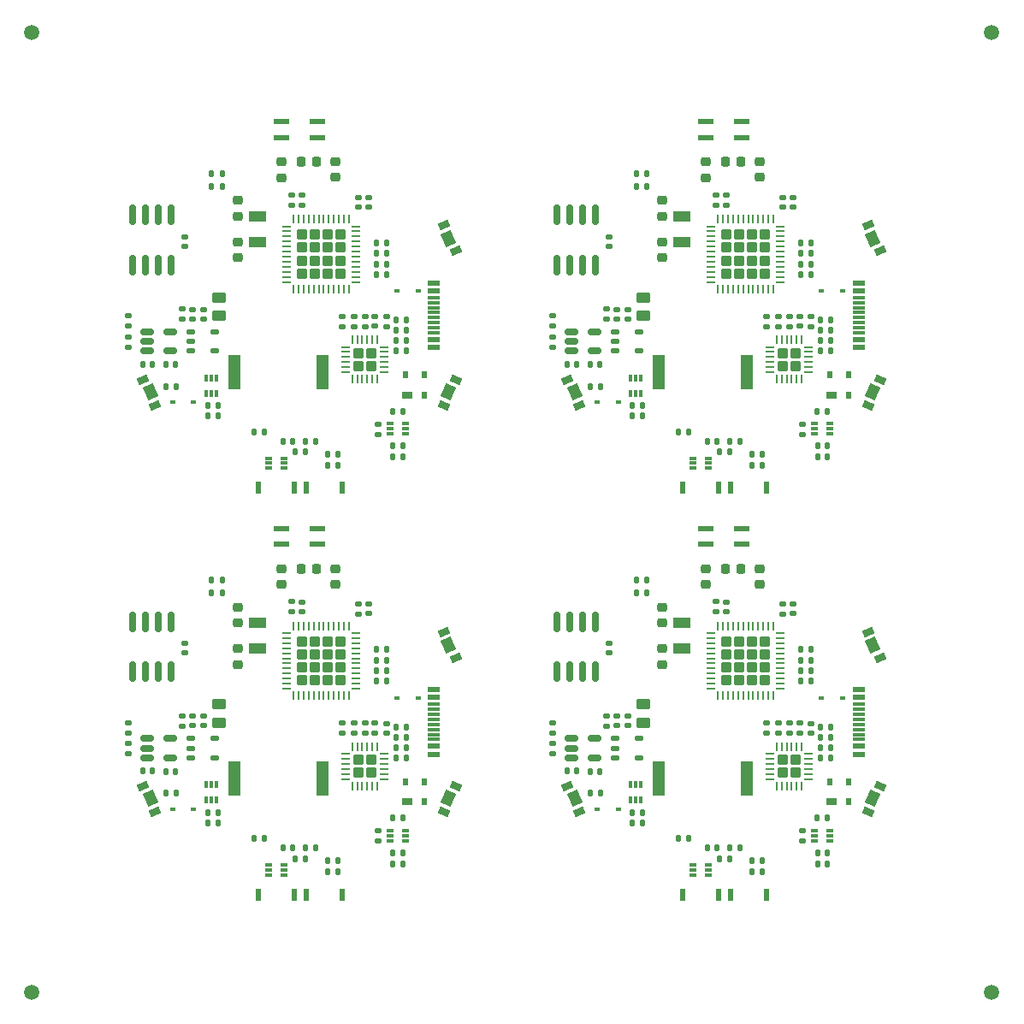
<source format=gbr>
%TF.GenerationSoftware,KiCad,Pcbnew,(6.0.7-1)-1*%
%TF.CreationDate,2022-10-26T11:28:27+01:00*%
%TF.ProjectId,panel,70616e65-6c2e-46b6-9963-61645f706362,rev?*%
%TF.SameCoordinates,Original*%
%TF.FileFunction,Paste,Top*%
%TF.FilePolarity,Positive*%
%FSLAX46Y46*%
G04 Gerber Fmt 4.6, Leading zero omitted, Abs format (unit mm)*
G04 Created by KiCad (PCBNEW (6.0.7-1)-1) date 2022-10-26 11:28:27*
%MOMM*%
%LPD*%
G01*
G04 APERTURE LIST*
G04 Aperture macros list*
%AMRoundRect*
0 Rectangle with rounded corners*
0 $1 Rounding radius*
0 $2 $3 $4 $5 $6 $7 $8 $9 X,Y pos of 4 corners*
0 Add a 4 corners polygon primitive as box body*
4,1,4,$2,$3,$4,$5,$6,$7,$8,$9,$2,$3,0*
0 Add four circle primitives for the rounded corners*
1,1,$1+$1,$2,$3*
1,1,$1+$1,$4,$5*
1,1,$1+$1,$6,$7*
1,1,$1+$1,$8,$9*
0 Add four rect primitives between the rounded corners*
20,1,$1+$1,$2,$3,$4,$5,0*
20,1,$1+$1,$4,$5,$6,$7,0*
20,1,$1+$1,$6,$7,$8,$9,0*
20,1,$1+$1,$8,$9,$2,$3,0*%
%AMRotRect*
0 Rectangle, with rotation*
0 The origin of the aperture is its center*
0 $1 length*
0 $2 width*
0 $3 Rotation angle, in degrees counterclockwise*
0 Add horizontal line*
21,1,$1,$2,0,0,$3*%
G04 Aperture macros list end*
%ADD10RoundRect,0.135000X-0.135000X-0.185000X0.135000X-0.185000X0.135000X0.185000X-0.135000X0.185000X0*%
%ADD11RoundRect,0.140000X0.140000X0.170000X-0.140000X0.170000X-0.140000X-0.170000X0.140000X-0.170000X0*%
%ADD12RoundRect,0.135000X0.135000X0.185000X-0.135000X0.185000X-0.135000X-0.185000X0.135000X-0.185000X0*%
%ADD13RoundRect,0.140000X0.170000X-0.140000X0.170000X0.140000X-0.170000X0.140000X-0.170000X-0.140000X0*%
%ADD14RoundRect,0.225000X-0.250000X0.225000X-0.250000X-0.225000X0.250000X-0.225000X0.250000X0.225000X0*%
%ADD15R,0.600000X0.450000*%
%ADD16RoundRect,0.140000X-0.140000X-0.170000X0.140000X-0.170000X0.140000X0.170000X-0.140000X0.170000X0*%
%ADD17RotRect,0.711200X1.092200X115.000000*%
%ADD18RotRect,1.397000X1.092200X115.000000*%
%ADD19RoundRect,0.218750X-0.218750X-0.256250X0.218750X-0.256250X0.218750X0.256250X-0.218750X0.256250X0*%
%ADD20RoundRect,0.150000X-0.150000X0.825000X-0.150000X-0.825000X0.150000X-0.825000X0.150000X0.825000X0*%
%ADD21R,0.700000X0.340000*%
%ADD22R,1.500000X0.600000*%
%ADD23RotRect,0.711200X1.092200X295.000000*%
%ADD24RotRect,1.397000X1.092200X295.000000*%
%ADD25RoundRect,0.150000X-0.512500X-0.150000X0.512500X-0.150000X0.512500X0.150000X-0.512500X0.150000X0*%
%ADD26R,1.300000X3.400000*%
%ADD27RoundRect,0.225000X0.250000X-0.225000X0.250000X0.225000X-0.250000X0.225000X-0.250000X-0.225000X0*%
%ADD28R,1.143000X0.584200*%
%ADD29R,1.143000X0.304800*%
%ADD30RoundRect,0.135000X0.185000X-0.135000X0.185000X0.135000X-0.185000X0.135000X-0.185000X-0.135000X0*%
%ADD31R,0.558800X1.244600*%
%ADD32R,0.340000X0.700000*%
%ADD33RoundRect,0.135000X-0.185000X0.135000X-0.185000X-0.135000X0.185000X-0.135000X0.185000X0.135000X0*%
%ADD34R,1.800000X1.000000*%
%ADD35RoundRect,0.250000X-0.450000X0.262500X-0.450000X-0.262500X0.450000X-0.262500X0.450000X0.262500X0*%
%ADD36RoundRect,0.250000X-0.270000X0.270000X-0.270000X-0.270000X0.270000X-0.270000X0.270000X0.270000X0*%
%ADD37RoundRect,0.062500X-0.062500X0.375000X-0.062500X-0.375000X0.062500X-0.375000X0.062500X0.375000X0*%
%ADD38RoundRect,0.062500X-0.375000X0.062500X-0.375000X-0.062500X0.375000X-0.062500X0.375000X0.062500X0*%
%ADD39RoundRect,0.250000X0.275000X0.275000X-0.275000X0.275000X-0.275000X-0.275000X0.275000X-0.275000X0*%
%ADD40RoundRect,0.062500X0.350000X0.062500X-0.350000X0.062500X-0.350000X-0.062500X0.350000X-0.062500X0*%
%ADD41RoundRect,0.062500X0.062500X0.350000X-0.062500X0.350000X-0.062500X-0.350000X0.062500X-0.350000X0*%
%ADD42R,1.000000X0.700000*%
%ADD43R,0.600000X0.700000*%
%ADD44RoundRect,0.137500X-0.262500X-0.137500X0.262500X-0.137500X0.262500X0.137500X-0.262500X0.137500X0*%
%ADD45C,1.500000*%
%ADD46RotRect,0.711200X1.092200X245.000000*%
%ADD47RotRect,1.397000X1.092200X245.000000*%
G04 APERTURE END LIST*
D10*
%TO.C,R3*%
X76919778Y-55472773D03*
X77939778Y-55472773D03*
%TD*%
D11*
%TO.C,C10*%
X43319777Y-57996773D03*
X42359777Y-57996773D03*
%TD*%
D12*
%TO.C,R18*%
X94610778Y-38337773D03*
X93590778Y-38337773D03*
%TD*%
D13*
%TO.C,C5*%
X94598262Y-86881283D03*
X94598262Y-85921283D03*
%TD*%
%TO.C,C2*%
X33419777Y-45896773D03*
X33419777Y-44936773D03*
%TD*%
%TO.C,C15*%
X86219778Y-74860332D03*
X86219778Y-73900332D03*
%TD*%
D10*
%TO.C,R27*%
X35289777Y-71740332D03*
X36309777Y-71740332D03*
%TD*%
%TO.C,R16*%
X72779778Y-52576773D03*
X73799778Y-52576773D03*
%TD*%
D13*
%TO.C,C15*%
X86219778Y-34606773D03*
X86219778Y-33646773D03*
%TD*%
D10*
%TO.C,R15*%
X81479778Y-97320332D03*
X82499778Y-97320332D03*
%TD*%
D14*
%TO.C,C18*%
X84189778Y-70605332D03*
X84189778Y-72155332D03*
%TD*%
D10*
%TO.C,R2*%
X53541261Y-47025724D03*
X54561261Y-47025724D03*
%TD*%
D15*
%TO.C,D3*%
X95639778Y-43116773D03*
X97739778Y-43116773D03*
%TD*%
D16*
%TO.C,C9*%
X53571261Y-49057724D03*
X54531261Y-49057724D03*
%TD*%
D11*
%TO.C,C10*%
X85319778Y-98250332D03*
X84359778Y-98250332D03*
%TD*%
%TO.C,C1*%
X73685778Y-50408773D03*
X72725778Y-50408773D03*
%TD*%
D14*
%TO.C,C18*%
X84189778Y-30351773D03*
X84189778Y-31901773D03*
%TD*%
%TO.C,C13*%
X79879778Y-74405332D03*
X79879778Y-75955332D03*
%TD*%
D13*
%TO.C,C7*%
X74605778Y-78950332D03*
X74605778Y-77990332D03*
%TD*%
D17*
%TO.C,SW5*%
X29650343Y-54421150D03*
X28466864Y-51883171D03*
D18*
X29196725Y-53087754D03*
%TD*%
D16*
%TO.C,C8*%
X95571262Y-88295283D03*
X96531262Y-88295283D03*
%TD*%
D19*
%TO.C,L1*%
X44122277Y-70600332D03*
X45697277Y-70600332D03*
%TD*%
D20*
%TO.C,IC1*%
X73257778Y-75842332D03*
X71987778Y-75842332D03*
X70717778Y-75842332D03*
X69447778Y-75842332D03*
X69447778Y-80792332D03*
X70717778Y-80792332D03*
X71987778Y-80792332D03*
X73257778Y-80792332D03*
%TD*%
D16*
%TO.C,C8*%
X53571261Y-88295283D03*
X54531261Y-88295283D03*
%TD*%
D10*
%TO.C,R19*%
X93590778Y-81721332D03*
X94610778Y-81721332D03*
%TD*%
%TO.C,R9*%
X51589777Y-79654332D03*
X52609777Y-79654332D03*
%TD*%
%TO.C,R3*%
X34919777Y-95726332D03*
X35939777Y-95726332D03*
%TD*%
%TO.C,R20*%
X88759778Y-100610332D03*
X89779778Y-100610332D03*
%TD*%
D21*
%TO.C,Q1*%
X52969777Y-56266773D03*
X52969777Y-56766773D03*
X52969777Y-57266773D03*
X54469777Y-57266773D03*
X54469777Y-56766773D03*
X54469777Y-56266773D03*
%TD*%
D10*
%TO.C,R16*%
X72779778Y-92830332D03*
X73799778Y-92830332D03*
%TD*%
D22*
%TO.C,E1*%
X42209777Y-27946773D03*
X45709777Y-27946773D03*
X45709777Y-26346773D03*
X42209777Y-26346773D03*
%TD*%
D13*
%TO.C,C17*%
X92829778Y-75060332D03*
X92829778Y-74100332D03*
%TD*%
D23*
%TO.C,SW3*%
X58269211Y-76845955D03*
X59452690Y-79383934D03*
D24*
X58722829Y-78179351D03*
%TD*%
D12*
%TO.C,R24*%
X86589778Y-99300332D03*
X85569778Y-99300332D03*
%TD*%
%TO.C,R11*%
X96229778Y-55026773D03*
X95209778Y-55026773D03*
%TD*%
D16*
%TO.C,C8*%
X95571262Y-48041724D03*
X96531262Y-48041724D03*
%TD*%
D25*
%TO.C,U1*%
X28928277Y-87426332D03*
X28928277Y-88376332D03*
X28928277Y-89326332D03*
X31203277Y-89326332D03*
X31203277Y-87426332D03*
%TD*%
D26*
%TO.C,BZ1*%
X79519778Y-51136773D03*
X88219778Y-51136773D03*
%TD*%
D27*
%TO.C,C14*%
X37899777Y-80065332D03*
X37899777Y-78515332D03*
%TD*%
D10*
%TO.C,R27*%
X35289777Y-31486773D03*
X36309777Y-31486773D03*
%TD*%
D12*
%TO.C,R11*%
X54229777Y-55026773D03*
X53209777Y-55026773D03*
%TD*%
D13*
%TO.C,C2*%
X33419777Y-86150332D03*
X33419777Y-85190332D03*
%TD*%
D16*
%TO.C,C9*%
X53571261Y-89311283D03*
X54531261Y-89311283D03*
%TD*%
D28*
%TO.C,J1*%
X99304778Y-48706773D03*
X99304778Y-47906774D03*
D29*
X99304778Y-46756773D03*
X99304778Y-45756773D03*
X99304778Y-45256773D03*
X99304778Y-44256773D03*
D28*
X99304778Y-42306773D03*
X99304778Y-43106772D03*
D29*
X99304778Y-43756774D03*
X99304778Y-44756772D03*
X99304778Y-46256774D03*
X99304778Y-47256772D03*
%TD*%
D12*
%TO.C,R26*%
X78309778Y-73000332D03*
X77289778Y-73000332D03*
%TD*%
D30*
%TO.C,R4*%
X49367261Y-46633724D03*
X49367261Y-45613724D03*
%TD*%
D15*
%TO.C,D3*%
X53639777Y-83370332D03*
X55739777Y-83370332D03*
%TD*%
D10*
%TO.C,R20*%
X88759778Y-60356773D03*
X89779778Y-60356773D03*
%TD*%
D31*
%TO.C,SW1*%
X44684375Y-102854332D03*
X48235179Y-102854332D03*
%TD*%
D21*
%TO.C,Q1*%
X94969778Y-96520332D03*
X94969778Y-97020332D03*
X94969778Y-97520332D03*
X96469778Y-97520332D03*
X96469778Y-97020332D03*
X96469778Y-96520332D03*
%TD*%
D30*
%TO.C,R5*%
X50454261Y-86887283D03*
X50454261Y-85867283D03*
%TD*%
D13*
%TO.C,C3*%
X34469777Y-45896773D03*
X34469777Y-44936773D03*
%TD*%
D32*
%TO.C,Q2*%
X35739777Y-91990332D03*
X35239777Y-91990332D03*
X34739777Y-91990332D03*
X34739777Y-93490332D03*
X35239777Y-93490332D03*
X35739777Y-93490332D03*
%TD*%
D23*
%TO.C,SW3*%
X100269212Y-36592396D03*
X101452691Y-39130375D03*
D24*
X100722830Y-37925792D03*
%TD*%
D10*
%TO.C,R16*%
X30779777Y-52576773D03*
X31799777Y-52576773D03*
%TD*%
D12*
%TO.C,R26*%
X36309777Y-32746773D03*
X35289777Y-32746773D03*
%TD*%
D33*
%TO.C,R10*%
X51789777Y-56296773D03*
X51789777Y-57316773D03*
%TD*%
D12*
%TO.C,R17*%
X89789778Y-59256773D03*
X88769778Y-59256773D03*
%TD*%
D30*
%TO.C,R5*%
X92454262Y-46633724D03*
X92454262Y-45613724D03*
%TD*%
D10*
%TO.C,R9*%
X51589777Y-39400773D03*
X52609777Y-39400773D03*
%TD*%
D16*
%TO.C,C12*%
X95239778Y-98710332D03*
X96199778Y-98710332D03*
%TD*%
D34*
%TO.C,Y1*%
X39835777Y-35742773D03*
X39835777Y-38242773D03*
%TD*%
D33*
%TO.C,R22*%
X27009777Y-85830332D03*
X27009777Y-86850332D03*
%TD*%
D30*
%TO.C,R4*%
X91367262Y-46633724D03*
X91367262Y-45613724D03*
%TD*%
D35*
%TO.C,R12*%
X78009778Y-43744273D03*
X78009778Y-45569273D03*
%TD*%
D12*
%TO.C,R24*%
X44589777Y-59046773D03*
X43569777Y-59046773D03*
%TD*%
D30*
%TO.C,R1*%
X32359777Y-86180332D03*
X32359777Y-85160332D03*
%TD*%
%TO.C,R13*%
X85179778Y-74880332D03*
X85179778Y-73860332D03*
%TD*%
D16*
%TO.C,C11*%
X53239777Y-99810332D03*
X54199777Y-99810332D03*
%TD*%
D33*
%TO.C,R10*%
X51789777Y-96550332D03*
X51789777Y-97570332D03*
%TD*%
D13*
%TO.C,C16*%
X91799778Y-34826773D03*
X91799778Y-33866773D03*
%TD*%
%TO.C,C15*%
X44219777Y-74860332D03*
X44219777Y-73900332D03*
%TD*%
D33*
%TO.C,R10*%
X93789778Y-56296773D03*
X93789778Y-57316773D03*
%TD*%
D26*
%TO.C,BZ1*%
X37519777Y-51136773D03*
X46219777Y-51136773D03*
%TD*%
D23*
%TO.C,SW3*%
X58269211Y-36592396D03*
X59452690Y-39130375D03*
D24*
X58722829Y-37925792D03*
%TD*%
D26*
%TO.C,BZ1*%
X37519777Y-91390332D03*
X46219777Y-91390332D03*
%TD*%
D22*
%TO.C,E1*%
X84209778Y-68200332D03*
X87709778Y-68200332D03*
X87709778Y-66600332D03*
X84209778Y-66600332D03*
%TD*%
D20*
%TO.C,IC1*%
X31257777Y-35588773D03*
X29987777Y-35588773D03*
X28717777Y-35588773D03*
X27447777Y-35588773D03*
X27447777Y-40538773D03*
X28717777Y-40538773D03*
X29987777Y-40538773D03*
X31257777Y-40538773D03*
%TD*%
D27*
%TO.C,C14*%
X37899777Y-39811773D03*
X37899777Y-38261773D03*
%TD*%
D10*
%TO.C,R8*%
X93589778Y-80700332D03*
X94609778Y-80700332D03*
%TD*%
D36*
%TO.C,U3*%
X88775778Y-79076332D03*
X87485778Y-79076332D03*
X87485778Y-80366332D03*
X87485778Y-77786332D03*
X86195778Y-81656332D03*
X86195778Y-80366332D03*
X88775778Y-80366332D03*
X88775778Y-81656332D03*
X90065778Y-77786332D03*
X86195778Y-79076332D03*
X87485778Y-81656332D03*
X86195778Y-77786332D03*
X90065778Y-81656332D03*
X90065778Y-80366332D03*
X90065778Y-79076332D03*
X88775778Y-77786332D03*
D37*
X90880778Y-76283832D03*
X90380778Y-76283832D03*
X89880778Y-76283832D03*
X89380778Y-76283832D03*
X88880778Y-76283832D03*
X88380778Y-76283832D03*
X87880778Y-76283832D03*
X87380778Y-76283832D03*
X86880778Y-76283832D03*
X86380778Y-76283832D03*
X85880778Y-76283832D03*
X85380778Y-76283832D03*
D38*
X84693278Y-76971332D03*
X84693278Y-77471332D03*
X84693278Y-77971332D03*
X84693278Y-78471332D03*
X84693278Y-78971332D03*
X84693278Y-79471332D03*
X84693278Y-79971332D03*
X84693278Y-80471332D03*
X84693278Y-80971332D03*
X84693278Y-81471332D03*
X84693278Y-81971332D03*
X84693278Y-82471332D03*
D37*
X85380778Y-83158832D03*
X85880778Y-83158832D03*
X86380778Y-83158832D03*
X86880778Y-83158832D03*
X87380778Y-83158832D03*
X87880778Y-83158832D03*
X88380778Y-83158832D03*
X88880778Y-83158832D03*
X89380778Y-83158832D03*
X89880778Y-83158832D03*
X90380778Y-83158832D03*
X90880778Y-83158832D03*
D38*
X91568278Y-82471332D03*
X91568278Y-81971332D03*
X91568278Y-81471332D03*
X91568278Y-80971332D03*
X91568278Y-80471332D03*
X91568278Y-79971332D03*
X91568278Y-79471332D03*
X91568278Y-78971332D03*
X91568278Y-78471332D03*
X91568278Y-77971332D03*
X91568278Y-77471332D03*
X91568278Y-76971332D03*
%TD*%
D39*
%TO.C,U2*%
X49789261Y-89509283D03*
X51089261Y-90809283D03*
X51089261Y-89509283D03*
X49789261Y-90809283D03*
D40*
X52376761Y-91409283D03*
X52376761Y-90909283D03*
X52376761Y-90409283D03*
X52376761Y-89909283D03*
X52376761Y-89409283D03*
X52376761Y-88909283D03*
D41*
X51689261Y-88221783D03*
X51189261Y-88221783D03*
X50689261Y-88221783D03*
X50189261Y-88221783D03*
X49689261Y-88221783D03*
X49189261Y-88221783D03*
D40*
X48501761Y-88909283D03*
X48501761Y-89409283D03*
X48501761Y-89909283D03*
X48501761Y-90409283D03*
X48501761Y-90909283D03*
X48501761Y-91409283D03*
D41*
X49189261Y-92096783D03*
X49689261Y-92096783D03*
X50189261Y-92096783D03*
X50689261Y-92096783D03*
X51189261Y-92096783D03*
X51689261Y-92096783D03*
%TD*%
D28*
%TO.C,J1*%
X57304777Y-88960332D03*
X57304777Y-88160333D03*
D29*
X57304777Y-87010332D03*
X57304777Y-86010332D03*
X57304777Y-85510332D03*
X57304777Y-84510332D03*
D28*
X57304777Y-82560332D03*
X57304777Y-83360331D03*
D29*
X57304777Y-84010333D03*
X57304777Y-85010331D03*
X57304777Y-86510333D03*
X57304777Y-87510331D03*
%TD*%
D10*
%TO.C,R2*%
X95541262Y-47025724D03*
X96561262Y-47025724D03*
%TD*%
D42*
%TO.C,D1*%
X96629778Y-53426773D03*
D43*
X98329778Y-53426773D03*
X98329778Y-51426773D03*
X96429778Y-51426773D03*
%TD*%
D10*
%TO.C,R8*%
X51589777Y-80700332D03*
X52609777Y-80700332D03*
%TD*%
D13*
%TO.C,C6*%
X93461262Y-46597724D03*
X93461262Y-45637724D03*
%TD*%
%TO.C,C6*%
X51461261Y-86851283D03*
X51461261Y-85891283D03*
%TD*%
D14*
%TO.C,C19*%
X89539778Y-70583332D03*
X89539778Y-72133332D03*
%TD*%
D44*
%TO.C,U4*%
X75183778Y-47172773D03*
X75183778Y-48122773D03*
X75183778Y-49072773D03*
X77583778Y-49072773D03*
X77583778Y-47172773D03*
%TD*%
D19*
%TO.C,L1*%
X44122277Y-30346773D03*
X45697277Y-30346773D03*
%TD*%
D21*
%TO.C,Q3*%
X42429777Y-60656773D03*
X42429777Y-60156773D03*
X42429777Y-59656773D03*
X40929777Y-59656773D03*
X40929777Y-60156773D03*
X40929777Y-60656773D03*
%TD*%
D13*
%TO.C,C16*%
X49799777Y-34826773D03*
X49799777Y-33866773D03*
%TD*%
D12*
%TO.C,R17*%
X47789777Y-99510332D03*
X46769777Y-99510332D03*
%TD*%
D15*
%TO.C,D2*%
X75509778Y-94390332D03*
X73409778Y-94390332D03*
%TD*%
D33*
%TO.C,R6*%
X48221261Y-85867283D03*
X48221261Y-86887283D03*
%TD*%
D13*
%TO.C,C17*%
X92829778Y-34806773D03*
X92829778Y-33846773D03*
%TD*%
D33*
%TO.C,R6*%
X90221262Y-85867283D03*
X90221262Y-86887283D03*
%TD*%
D11*
%TO.C,C4*%
X29405777Y-50366773D03*
X28445777Y-50366773D03*
%TD*%
D36*
%TO.C,U3*%
X45485777Y-37532773D03*
X48065777Y-40112773D03*
X46775777Y-37532773D03*
X45485777Y-41402773D03*
X44195777Y-37532773D03*
X44195777Y-41402773D03*
X44195777Y-40112773D03*
X45485777Y-38822773D03*
X48065777Y-41402773D03*
X46775777Y-41402773D03*
X46775777Y-40112773D03*
X45485777Y-40112773D03*
X46775777Y-38822773D03*
X48065777Y-37532773D03*
X48065777Y-38822773D03*
X44195777Y-38822773D03*
D37*
X48880777Y-36030273D03*
X48380777Y-36030273D03*
X47880777Y-36030273D03*
X47380777Y-36030273D03*
X46880777Y-36030273D03*
X46380777Y-36030273D03*
X45880777Y-36030273D03*
X45380777Y-36030273D03*
X44880777Y-36030273D03*
X44380777Y-36030273D03*
X43880777Y-36030273D03*
X43380777Y-36030273D03*
D38*
X42693277Y-36717773D03*
X42693277Y-37217773D03*
X42693277Y-37717773D03*
X42693277Y-38217773D03*
X42693277Y-38717773D03*
X42693277Y-39217773D03*
X42693277Y-39717773D03*
X42693277Y-40217773D03*
X42693277Y-40717773D03*
X42693277Y-41217773D03*
X42693277Y-41717773D03*
X42693277Y-42217773D03*
D37*
X43380777Y-42905273D03*
X43880777Y-42905273D03*
X44380777Y-42905273D03*
X44880777Y-42905273D03*
X45380777Y-42905273D03*
X45880777Y-42905273D03*
X46380777Y-42905273D03*
X46880777Y-42905273D03*
X47380777Y-42905273D03*
X47880777Y-42905273D03*
X48380777Y-42905273D03*
X48880777Y-42905273D03*
D38*
X49568277Y-42217773D03*
X49568277Y-41717773D03*
X49568277Y-41217773D03*
X49568277Y-40717773D03*
X49568277Y-40217773D03*
X49568277Y-39717773D03*
X49568277Y-39217773D03*
X49568277Y-38717773D03*
X49568277Y-38217773D03*
X49568277Y-37717773D03*
X49568277Y-37217773D03*
X49568277Y-36717773D03*
%TD*%
D45*
%TO.C,REF\u002A\u002A*%
X112500000Y-112500000D03*
%TD*%
D36*
%TO.C,U3*%
X87485778Y-41402773D03*
X88775778Y-37532773D03*
X88775778Y-40112773D03*
X86195778Y-40112773D03*
X88775778Y-41402773D03*
X88775778Y-38822773D03*
X90065778Y-40112773D03*
X86195778Y-41402773D03*
X87485778Y-37532773D03*
X86195778Y-38822773D03*
X87485778Y-40112773D03*
X86195778Y-37532773D03*
X90065778Y-37532773D03*
X87485778Y-38822773D03*
X90065778Y-41402773D03*
X90065778Y-38822773D03*
D37*
X90880778Y-36030273D03*
X90380778Y-36030273D03*
X89880778Y-36030273D03*
X89380778Y-36030273D03*
X88880778Y-36030273D03*
X88380778Y-36030273D03*
X87880778Y-36030273D03*
X87380778Y-36030273D03*
X86880778Y-36030273D03*
X86380778Y-36030273D03*
X85880778Y-36030273D03*
X85380778Y-36030273D03*
D38*
X84693278Y-36717773D03*
X84693278Y-37217773D03*
X84693278Y-37717773D03*
X84693278Y-38217773D03*
X84693278Y-38717773D03*
X84693278Y-39217773D03*
X84693278Y-39717773D03*
X84693278Y-40217773D03*
X84693278Y-40717773D03*
X84693278Y-41217773D03*
X84693278Y-41717773D03*
X84693278Y-42217773D03*
D37*
X85380778Y-42905273D03*
X85880778Y-42905273D03*
X86380778Y-42905273D03*
X86880778Y-42905273D03*
X87380778Y-42905273D03*
X87880778Y-42905273D03*
X88380778Y-42905273D03*
X88880778Y-42905273D03*
X89380778Y-42905273D03*
X89880778Y-42905273D03*
X90380778Y-42905273D03*
X90880778Y-42905273D03*
D38*
X91568278Y-42217773D03*
X91568278Y-41717773D03*
X91568278Y-41217773D03*
X91568278Y-40717773D03*
X91568278Y-40217773D03*
X91568278Y-39717773D03*
X91568278Y-39217773D03*
X91568278Y-38717773D03*
X91568278Y-38217773D03*
X91568278Y-37717773D03*
X91568278Y-37217773D03*
X91568278Y-36717773D03*
%TD*%
D31*
%TO.C,SW2*%
X39934375Y-102840332D03*
X43485179Y-102840332D03*
%TD*%
D10*
%TO.C,R27*%
X77289778Y-31486773D03*
X78309778Y-31486773D03*
%TD*%
D30*
%TO.C,R1*%
X32359777Y-45926773D03*
X32359777Y-44906773D03*
%TD*%
D13*
%TO.C,C7*%
X74605778Y-38696773D03*
X74605778Y-37736773D03*
%TD*%
D16*
%TO.C,C12*%
X95239778Y-58456773D03*
X96199778Y-58456773D03*
%TD*%
D15*
%TO.C,D2*%
X33509777Y-54136773D03*
X31409777Y-54136773D03*
%TD*%
%TO.C,D3*%
X53639777Y-43116773D03*
X55739777Y-43116773D03*
%TD*%
D13*
%TO.C,C2*%
X75419778Y-45896773D03*
X75419778Y-44936773D03*
%TD*%
D12*
%TO.C,R7*%
X96561262Y-46009724D03*
X95541262Y-46009724D03*
%TD*%
D10*
%TO.C,R19*%
X51590777Y-81721332D03*
X52610777Y-81721332D03*
%TD*%
%TO.C,R9*%
X93589778Y-39400773D03*
X94609778Y-39400773D03*
%TD*%
D33*
%TO.C,R22*%
X69009778Y-85830332D03*
X69009778Y-86850332D03*
%TD*%
D10*
%TO.C,R15*%
X81479778Y-57066773D03*
X82499778Y-57066773D03*
%TD*%
D46*
%TO.C,SW4*%
X101452691Y-92136730D03*
X100269212Y-94674709D03*
D47*
X100722830Y-93341313D03*
%TD*%
D10*
%TO.C,R15*%
X39479777Y-57066773D03*
X40499777Y-57066773D03*
%TD*%
D14*
%TO.C,C13*%
X37879777Y-34151773D03*
X37879777Y-35701773D03*
%TD*%
D45*
%TO.C,REF\u002A\u002A*%
X17500000Y-17500000D03*
%TD*%
D13*
%TO.C,C16*%
X91799778Y-75080332D03*
X91799778Y-74120332D03*
%TD*%
D15*
%TO.C,D2*%
X75509778Y-54136773D03*
X73409778Y-54136773D03*
%TD*%
D34*
%TO.C,Y1*%
X39835777Y-75996332D03*
X39835777Y-78496332D03*
%TD*%
D30*
%TO.C,R21*%
X27009777Y-48676773D03*
X27009777Y-47656773D03*
%TD*%
D13*
%TO.C,C7*%
X32605777Y-78950332D03*
X32605777Y-77990332D03*
%TD*%
D25*
%TO.C,U1*%
X70928278Y-47172773D03*
X70928278Y-48122773D03*
X70928278Y-49072773D03*
X73203278Y-49072773D03*
X73203278Y-47172773D03*
%TD*%
D13*
%TO.C,C2*%
X75419778Y-86150332D03*
X75419778Y-85190332D03*
%TD*%
D15*
%TO.C,D3*%
X95639778Y-83370332D03*
X97739778Y-83370332D03*
%TD*%
D14*
%TO.C,C19*%
X47539777Y-70583332D03*
X47539777Y-72133332D03*
%TD*%
D30*
%TO.C,R21*%
X69009778Y-88930332D03*
X69009778Y-87910332D03*
%TD*%
D10*
%TO.C,R16*%
X30779777Y-92830332D03*
X31799777Y-92830332D03*
%TD*%
D16*
%TO.C,C12*%
X53239777Y-98710332D03*
X54199777Y-98710332D03*
%TD*%
D44*
%TO.C,U4*%
X33183777Y-47172773D03*
X33183777Y-48122773D03*
X33183777Y-49072773D03*
X35583777Y-49072773D03*
X35583777Y-47172773D03*
%TD*%
D16*
%TO.C,C8*%
X53571261Y-48041724D03*
X54531261Y-48041724D03*
%TD*%
D39*
%TO.C,U2*%
X93089262Y-89509283D03*
X91789262Y-90809283D03*
X91789262Y-89509283D03*
X93089262Y-90809283D03*
D40*
X94376762Y-91409283D03*
X94376762Y-90909283D03*
X94376762Y-90409283D03*
X94376762Y-89909283D03*
X94376762Y-89409283D03*
X94376762Y-88909283D03*
D41*
X93689262Y-88221783D03*
X93189262Y-88221783D03*
X92689262Y-88221783D03*
X92189262Y-88221783D03*
X91689262Y-88221783D03*
X91189262Y-88221783D03*
D40*
X90501762Y-88909283D03*
X90501762Y-89409283D03*
X90501762Y-89909283D03*
X90501762Y-90409283D03*
X90501762Y-90909283D03*
X90501762Y-91409283D03*
D41*
X91189262Y-92096783D03*
X91689262Y-92096783D03*
X92189262Y-92096783D03*
X92689262Y-92096783D03*
X93189262Y-92096783D03*
X93689262Y-92096783D03*
%TD*%
D33*
%TO.C,R10*%
X93789778Y-96550332D03*
X93789778Y-97570332D03*
%TD*%
D36*
%TO.C,U3*%
X44195777Y-79076332D03*
X45485777Y-79076332D03*
X44195777Y-80366332D03*
X48065777Y-79076332D03*
X48065777Y-81656332D03*
X45485777Y-80366332D03*
X46775777Y-81656332D03*
X45485777Y-81656332D03*
X44195777Y-81656332D03*
X44195777Y-77786332D03*
X45485777Y-77786332D03*
X46775777Y-79076332D03*
X46775777Y-77786332D03*
X46775777Y-80366332D03*
X48065777Y-77786332D03*
X48065777Y-80366332D03*
D37*
X48880777Y-76283832D03*
X48380777Y-76283832D03*
X47880777Y-76283832D03*
X47380777Y-76283832D03*
X46880777Y-76283832D03*
X46380777Y-76283832D03*
X45880777Y-76283832D03*
X45380777Y-76283832D03*
X44880777Y-76283832D03*
X44380777Y-76283832D03*
X43880777Y-76283832D03*
X43380777Y-76283832D03*
D38*
X42693277Y-76971332D03*
X42693277Y-77471332D03*
X42693277Y-77971332D03*
X42693277Y-78471332D03*
X42693277Y-78971332D03*
X42693277Y-79471332D03*
X42693277Y-79971332D03*
X42693277Y-80471332D03*
X42693277Y-80971332D03*
X42693277Y-81471332D03*
X42693277Y-81971332D03*
X42693277Y-82471332D03*
D37*
X43380777Y-83158832D03*
X43880777Y-83158832D03*
X44380777Y-83158832D03*
X44880777Y-83158832D03*
X45380777Y-83158832D03*
X45880777Y-83158832D03*
X46380777Y-83158832D03*
X46880777Y-83158832D03*
X47380777Y-83158832D03*
X47880777Y-83158832D03*
X48380777Y-83158832D03*
X48880777Y-83158832D03*
D38*
X49568277Y-82471332D03*
X49568277Y-81971332D03*
X49568277Y-81471332D03*
X49568277Y-80971332D03*
X49568277Y-80471332D03*
X49568277Y-79971332D03*
X49568277Y-79471332D03*
X49568277Y-78971332D03*
X49568277Y-78471332D03*
X49568277Y-77971332D03*
X49568277Y-77471332D03*
X49568277Y-76971332D03*
%TD*%
D13*
%TO.C,C5*%
X52598261Y-86881283D03*
X52598261Y-85921283D03*
%TD*%
D17*
%TO.C,SW5*%
X71650344Y-54421150D03*
X70466865Y-51883171D03*
D18*
X71196726Y-53087754D03*
%TD*%
D34*
%TO.C,Y1*%
X81835778Y-35742773D03*
X81835778Y-38242773D03*
%TD*%
D12*
%TO.C,R7*%
X54561261Y-86263283D03*
X53541261Y-86263283D03*
%TD*%
D22*
%TO.C,E1*%
X84209778Y-27946773D03*
X87709778Y-27946773D03*
X87709778Y-26346773D03*
X84209778Y-26346773D03*
%TD*%
D13*
%TO.C,C5*%
X52598261Y-46627724D03*
X52598261Y-45667724D03*
%TD*%
D31*
%TO.C,SW1*%
X86684376Y-62600773D03*
X90235180Y-62600773D03*
%TD*%
D14*
%TO.C,C19*%
X89539778Y-30329773D03*
X89539778Y-31879773D03*
%TD*%
D35*
%TO.C,R12*%
X78009778Y-83997832D03*
X78009778Y-85822832D03*
%TD*%
D33*
%TO.C,R22*%
X27009777Y-45576773D03*
X27009777Y-46596773D03*
%TD*%
D12*
%TO.C,R7*%
X54561261Y-46009724D03*
X53541261Y-46009724D03*
%TD*%
%TO.C,R23*%
X35939777Y-94710332D03*
X34919777Y-94710332D03*
%TD*%
D20*
%TO.C,IC1*%
X31257777Y-75842332D03*
X29987777Y-75842332D03*
X28717777Y-75842332D03*
X27447777Y-75842332D03*
X27447777Y-80792332D03*
X28717777Y-80792332D03*
X29987777Y-80792332D03*
X31257777Y-80792332D03*
%TD*%
D14*
%TO.C,C18*%
X42189777Y-30351773D03*
X42189777Y-31901773D03*
%TD*%
D10*
%TO.C,R19*%
X93590778Y-41467773D03*
X94610778Y-41467773D03*
%TD*%
D22*
%TO.C,E1*%
X42209777Y-68200332D03*
X45709777Y-68200332D03*
X45709777Y-66600332D03*
X42209777Y-66600332D03*
%TD*%
D13*
%TO.C,C6*%
X93461262Y-86851283D03*
X93461262Y-85891283D03*
%TD*%
D10*
%TO.C,R3*%
X76919778Y-95726332D03*
X77939778Y-95726332D03*
%TD*%
D13*
%TO.C,C7*%
X32605777Y-38696773D03*
X32605777Y-37736773D03*
%TD*%
D33*
%TO.C,R6*%
X48221261Y-45613724D03*
X48221261Y-46633724D03*
%TD*%
D12*
%TO.C,R17*%
X89789778Y-99510332D03*
X88769778Y-99510332D03*
%TD*%
D30*
%TO.C,R21*%
X69009778Y-48676773D03*
X69009778Y-47656773D03*
%TD*%
D13*
%TO.C,C17*%
X50829777Y-34806773D03*
X50829777Y-33846773D03*
%TD*%
D12*
%TO.C,R17*%
X47789777Y-59256773D03*
X46769777Y-59256773D03*
%TD*%
D31*
%TO.C,SW1*%
X44684375Y-62600773D03*
X48235179Y-62600773D03*
%TD*%
D35*
%TO.C,R12*%
X36009777Y-43744273D03*
X36009777Y-45569273D03*
%TD*%
D19*
%TO.C,L1*%
X86122278Y-30346773D03*
X87697278Y-30346773D03*
%TD*%
D12*
%TO.C,R26*%
X36309777Y-73000332D03*
X35289777Y-73000332D03*
%TD*%
D14*
%TO.C,C19*%
X47539777Y-30329773D03*
X47539777Y-31879773D03*
%TD*%
D26*
%TO.C,BZ1*%
X79519778Y-91390332D03*
X88219778Y-91390332D03*
%TD*%
D10*
%TO.C,R3*%
X34919777Y-55472773D03*
X35939777Y-55472773D03*
%TD*%
%TO.C,R27*%
X77289778Y-71740332D03*
X78309778Y-71740332D03*
%TD*%
D12*
%TO.C,R23*%
X77939778Y-94710332D03*
X76919778Y-94710332D03*
%TD*%
D10*
%TO.C,R20*%
X46759777Y-100610332D03*
X47779777Y-100610332D03*
%TD*%
D11*
%TO.C,C1*%
X31685777Y-90662332D03*
X30725777Y-90662332D03*
%TD*%
D12*
%TO.C,R7*%
X96561262Y-86263283D03*
X95541262Y-86263283D03*
%TD*%
D31*
%TO.C,SW2*%
X81934376Y-102840332D03*
X85485180Y-102840332D03*
%TD*%
D19*
%TO.C,L1*%
X86122278Y-70600332D03*
X87697278Y-70600332D03*
%TD*%
D21*
%TO.C,Q3*%
X84429778Y-60656773D03*
X84429778Y-60156773D03*
X84429778Y-59656773D03*
X82929778Y-59656773D03*
X82929778Y-60156773D03*
X82929778Y-60656773D03*
%TD*%
D30*
%TO.C,R1*%
X74359778Y-45926773D03*
X74359778Y-44906773D03*
%TD*%
D14*
%TO.C,C18*%
X42189777Y-70605332D03*
X42189777Y-72155332D03*
%TD*%
D10*
%TO.C,R8*%
X51589777Y-40446773D03*
X52609777Y-40446773D03*
%TD*%
D46*
%TO.C,SW4*%
X101452691Y-51883171D03*
X100269212Y-54421150D03*
D47*
X100722830Y-53087754D03*
%TD*%
D12*
%TO.C,R18*%
X52610777Y-38337773D03*
X51590777Y-38337773D03*
%TD*%
D21*
%TO.C,Q1*%
X52969777Y-96520332D03*
X52969777Y-97020332D03*
X52969777Y-97520332D03*
X54469777Y-97520332D03*
X54469777Y-97020332D03*
X54469777Y-96520332D03*
%TD*%
D30*
%TO.C,R13*%
X43179777Y-34626773D03*
X43179777Y-33606773D03*
%TD*%
D39*
%TO.C,U2*%
X51089261Y-50555724D03*
X51089261Y-49255724D03*
X49789261Y-49255724D03*
X49789261Y-50555724D03*
D40*
X52376761Y-51155724D03*
X52376761Y-50655724D03*
X52376761Y-50155724D03*
X52376761Y-49655724D03*
X52376761Y-49155724D03*
X52376761Y-48655724D03*
D41*
X51689261Y-47968224D03*
X51189261Y-47968224D03*
X50689261Y-47968224D03*
X50189261Y-47968224D03*
X49689261Y-47968224D03*
X49189261Y-47968224D03*
D40*
X48501761Y-48655724D03*
X48501761Y-49155724D03*
X48501761Y-49655724D03*
X48501761Y-50155724D03*
X48501761Y-50655724D03*
X48501761Y-51155724D03*
D41*
X49189261Y-51843224D03*
X49689261Y-51843224D03*
X50189261Y-51843224D03*
X50689261Y-51843224D03*
X51189261Y-51843224D03*
X51689261Y-51843224D03*
%TD*%
D12*
%TO.C,R25*%
X45609777Y-57996773D03*
X44589777Y-57996773D03*
%TD*%
D42*
%TO.C,D1*%
X96629778Y-93680332D03*
D43*
X98329778Y-93680332D03*
X98329778Y-91680332D03*
X96429778Y-91680332D03*
%TD*%
D45*
%TO.C,REF\u002A\u002A*%
X17500000Y-112500000D03*
%TD*%
D17*
%TO.C,SW5*%
X29650343Y-94674709D03*
X28466864Y-92136730D03*
D18*
X29196725Y-93341313D03*
%TD*%
D30*
%TO.C,R13*%
X43179777Y-74880332D03*
X43179777Y-73860332D03*
%TD*%
D16*
%TO.C,C12*%
X53239777Y-58456773D03*
X54199777Y-58456773D03*
%TD*%
D30*
%TO.C,R4*%
X49367261Y-86887283D03*
X49367261Y-85867283D03*
%TD*%
D42*
%TO.C,D1*%
X54629777Y-53426773D03*
D43*
X56329777Y-53426773D03*
X56329777Y-51426773D03*
X54429777Y-51426773D03*
%TD*%
D11*
%TO.C,C4*%
X29405777Y-90620332D03*
X28445777Y-90620332D03*
%TD*%
D30*
%TO.C,R1*%
X74359778Y-86180332D03*
X74359778Y-85160332D03*
%TD*%
D27*
%TO.C,C14*%
X79899778Y-80065332D03*
X79899778Y-78515332D03*
%TD*%
D11*
%TO.C,C4*%
X71405778Y-90620332D03*
X70445778Y-90620332D03*
%TD*%
D12*
%TO.C,R23*%
X35939777Y-54456773D03*
X34919777Y-54456773D03*
%TD*%
D10*
%TO.C,R15*%
X39479777Y-97320332D03*
X40499777Y-97320332D03*
%TD*%
D32*
%TO.C,Q2*%
X77739778Y-51736773D03*
X77239778Y-51736773D03*
X76739778Y-51736773D03*
X76739778Y-53236773D03*
X77239778Y-53236773D03*
X77739778Y-53236773D03*
%TD*%
D46*
%TO.C,SW4*%
X59452690Y-92136730D03*
X58269211Y-94674709D03*
D47*
X58722829Y-93341313D03*
%TD*%
D10*
%TO.C,R9*%
X93589778Y-79654332D03*
X94609778Y-79654332D03*
%TD*%
D39*
%TO.C,U2*%
X91789262Y-49255724D03*
X93089262Y-50555724D03*
X91789262Y-50555724D03*
X93089262Y-49255724D03*
D40*
X94376762Y-51155724D03*
X94376762Y-50655724D03*
X94376762Y-50155724D03*
X94376762Y-49655724D03*
X94376762Y-49155724D03*
X94376762Y-48655724D03*
D41*
X93689262Y-47968224D03*
X93189262Y-47968224D03*
X92689262Y-47968224D03*
X92189262Y-47968224D03*
X91689262Y-47968224D03*
X91189262Y-47968224D03*
D40*
X90501762Y-48655724D03*
X90501762Y-49155724D03*
X90501762Y-49655724D03*
X90501762Y-50155724D03*
X90501762Y-50655724D03*
X90501762Y-51155724D03*
D41*
X91189262Y-51843224D03*
X91689262Y-51843224D03*
X92189262Y-51843224D03*
X92689262Y-51843224D03*
X93189262Y-51843224D03*
X93689262Y-51843224D03*
%TD*%
D13*
%TO.C,C15*%
X44219777Y-34606773D03*
X44219777Y-33646773D03*
%TD*%
D30*
%TO.C,R21*%
X27009777Y-88930332D03*
X27009777Y-87910332D03*
%TD*%
D32*
%TO.C,Q2*%
X35739777Y-51736773D03*
X35239777Y-51736773D03*
X34739777Y-51736773D03*
X34739777Y-53236773D03*
X35239777Y-53236773D03*
X35739777Y-53236773D03*
%TD*%
D23*
%TO.C,SW3*%
X100269212Y-76845955D03*
X101452691Y-79383934D03*
D24*
X100722830Y-78179351D03*
%TD*%
D35*
%TO.C,R12*%
X36009777Y-83997832D03*
X36009777Y-85822832D03*
%TD*%
D12*
%TO.C,R11*%
X96229778Y-95280332D03*
X95209778Y-95280332D03*
%TD*%
D28*
%TO.C,J1*%
X99304778Y-88960332D03*
X99304778Y-88160333D03*
D29*
X99304778Y-87010332D03*
X99304778Y-86010332D03*
X99304778Y-85510332D03*
X99304778Y-84510332D03*
D28*
X99304778Y-82560332D03*
X99304778Y-83360331D03*
D29*
X99304778Y-84010333D03*
X99304778Y-85010331D03*
X99304778Y-86510333D03*
X99304778Y-87510331D03*
%TD*%
D31*
%TO.C,SW2*%
X81934376Y-62586773D03*
X85485180Y-62586773D03*
%TD*%
D12*
%TO.C,R24*%
X86589778Y-59046773D03*
X85569778Y-59046773D03*
%TD*%
D21*
%TO.C,Q1*%
X94969778Y-56266773D03*
X94969778Y-56766773D03*
X94969778Y-57266773D03*
X96469778Y-57266773D03*
X96469778Y-56766773D03*
X96469778Y-56266773D03*
%TD*%
D12*
%TO.C,R24*%
X44589777Y-99300332D03*
X43569777Y-99300332D03*
%TD*%
D13*
%TO.C,C6*%
X51461261Y-46597724D03*
X51461261Y-45637724D03*
%TD*%
D10*
%TO.C,R20*%
X46759777Y-60356773D03*
X47779777Y-60356773D03*
%TD*%
D13*
%TO.C,C5*%
X94598262Y-46627724D03*
X94598262Y-45667724D03*
%TD*%
D11*
%TO.C,C4*%
X71405778Y-50366773D03*
X70445778Y-50366773D03*
%TD*%
D12*
%TO.C,R18*%
X94610778Y-78591332D03*
X93590778Y-78591332D03*
%TD*%
D16*
%TO.C,C11*%
X95239778Y-59556773D03*
X96199778Y-59556773D03*
%TD*%
D13*
%TO.C,C3*%
X76469778Y-86150332D03*
X76469778Y-85190332D03*
%TD*%
D21*
%TO.C,Q3*%
X84429778Y-100910332D03*
X84429778Y-100410332D03*
X84429778Y-99910332D03*
X82929778Y-99910332D03*
X82929778Y-100410332D03*
X82929778Y-100910332D03*
%TD*%
D10*
%TO.C,R8*%
X93589778Y-40446773D03*
X94609778Y-40446773D03*
%TD*%
D13*
%TO.C,C3*%
X34469777Y-86150332D03*
X34469777Y-85190332D03*
%TD*%
D16*
%TO.C,C9*%
X95571262Y-89311283D03*
X96531262Y-89311283D03*
%TD*%
%TO.C,C11*%
X53239777Y-59556773D03*
X54199777Y-59556773D03*
%TD*%
D12*
%TO.C,R25*%
X87609778Y-98250332D03*
X86589778Y-98250332D03*
%TD*%
D25*
%TO.C,U1*%
X70928278Y-87426332D03*
X70928278Y-88376332D03*
X70928278Y-89326332D03*
X73203278Y-89326332D03*
X73203278Y-87426332D03*
%TD*%
D30*
%TO.C,R5*%
X92454262Y-86887283D03*
X92454262Y-85867283D03*
%TD*%
D13*
%TO.C,C17*%
X50829777Y-75060332D03*
X50829777Y-74100332D03*
%TD*%
D33*
%TO.C,R6*%
X90221262Y-45613724D03*
X90221262Y-46633724D03*
%TD*%
D31*
%TO.C,SW2*%
X39934375Y-62586773D03*
X43485179Y-62586773D03*
%TD*%
D15*
%TO.C,D2*%
X33509777Y-94390332D03*
X31409777Y-94390332D03*
%TD*%
D32*
%TO.C,Q2*%
X77739778Y-91990332D03*
X77239778Y-91990332D03*
X76739778Y-91990332D03*
X76739778Y-93490332D03*
X77239778Y-93490332D03*
X77739778Y-93490332D03*
%TD*%
D11*
%TO.C,C10*%
X43319777Y-98250332D03*
X42359777Y-98250332D03*
%TD*%
D46*
%TO.C,SW4*%
X59452690Y-51883171D03*
X58269211Y-54421150D03*
D47*
X58722829Y-53087754D03*
%TD*%
D31*
%TO.C,SW1*%
X86684376Y-102854332D03*
X90235180Y-102854332D03*
%TD*%
D30*
%TO.C,R4*%
X91367262Y-86887283D03*
X91367262Y-85867283D03*
%TD*%
D42*
%TO.C,D1*%
X54629777Y-93680332D03*
D43*
X56329777Y-93680332D03*
X56329777Y-91680332D03*
X54429777Y-91680332D03*
%TD*%
D13*
%TO.C,C3*%
X76469778Y-45896773D03*
X76469778Y-44936773D03*
%TD*%
D17*
%TO.C,SW5*%
X71650344Y-94674709D03*
X70466865Y-92136730D03*
D18*
X71196726Y-93341313D03*
%TD*%
D16*
%TO.C,C11*%
X95239778Y-99810332D03*
X96199778Y-99810332D03*
%TD*%
D44*
%TO.C,U4*%
X75183778Y-87426332D03*
X75183778Y-88376332D03*
X75183778Y-89326332D03*
X77583778Y-89326332D03*
X77583778Y-87426332D03*
%TD*%
D33*
%TO.C,R22*%
X69009778Y-45576773D03*
X69009778Y-46596773D03*
%TD*%
D11*
%TO.C,C1*%
X73685778Y-90662332D03*
X72725778Y-90662332D03*
%TD*%
D34*
%TO.C,Y1*%
X81835778Y-75996332D03*
X81835778Y-78496332D03*
%TD*%
D14*
%TO.C,C13*%
X37879777Y-74405332D03*
X37879777Y-75955332D03*
%TD*%
D45*
%TO.C,REF\u002A\u002A*%
X112500000Y-17500000D03*
%TD*%
D11*
%TO.C,C1*%
X31685777Y-50408773D03*
X30725777Y-50408773D03*
%TD*%
D30*
%TO.C,R13*%
X85179778Y-34626773D03*
X85179778Y-33606773D03*
%TD*%
D12*
%TO.C,R18*%
X52610777Y-78591332D03*
X51590777Y-78591332D03*
%TD*%
D25*
%TO.C,U1*%
X28928277Y-47172773D03*
X28928277Y-48122773D03*
X28928277Y-49072773D03*
X31203277Y-49072773D03*
X31203277Y-47172773D03*
%TD*%
D11*
%TO.C,C10*%
X85319778Y-57996773D03*
X84359778Y-57996773D03*
%TD*%
D20*
%TO.C,IC1*%
X73257778Y-35588773D03*
X71987778Y-35588773D03*
X70717778Y-35588773D03*
X69447778Y-35588773D03*
X69447778Y-40538773D03*
X70717778Y-40538773D03*
X71987778Y-40538773D03*
X73257778Y-40538773D03*
%TD*%
D12*
%TO.C,R25*%
X87609778Y-57996773D03*
X86589778Y-57996773D03*
%TD*%
D13*
%TO.C,C16*%
X49799777Y-75080332D03*
X49799777Y-74120332D03*
%TD*%
D10*
%TO.C,R2*%
X95541262Y-87279283D03*
X96561262Y-87279283D03*
%TD*%
%TO.C,R19*%
X51590777Y-41467773D03*
X52610777Y-41467773D03*
%TD*%
D21*
%TO.C,Q3*%
X42429777Y-100910332D03*
X42429777Y-100410332D03*
X42429777Y-99910332D03*
X40929777Y-99910332D03*
X40929777Y-100410332D03*
X40929777Y-100910332D03*
%TD*%
D27*
%TO.C,C14*%
X79899778Y-39811773D03*
X79899778Y-38261773D03*
%TD*%
D30*
%TO.C,R5*%
X50454261Y-46633724D03*
X50454261Y-45613724D03*
%TD*%
D44*
%TO.C,U4*%
X33183777Y-87426332D03*
X33183777Y-88376332D03*
X33183777Y-89326332D03*
X35583777Y-89326332D03*
X35583777Y-87426332D03*
%TD*%
D12*
%TO.C,R25*%
X45609777Y-98250332D03*
X44589777Y-98250332D03*
%TD*%
D16*
%TO.C,C9*%
X95571262Y-49057724D03*
X96531262Y-49057724D03*
%TD*%
D12*
%TO.C,R11*%
X54229777Y-95280332D03*
X53209777Y-95280332D03*
%TD*%
D14*
%TO.C,C13*%
X79879778Y-34151773D03*
X79879778Y-35701773D03*
%TD*%
D12*
%TO.C,R23*%
X77939778Y-54456773D03*
X76919778Y-54456773D03*
%TD*%
%TO.C,R26*%
X78309778Y-32746773D03*
X77289778Y-32746773D03*
%TD*%
D10*
%TO.C,R2*%
X53541261Y-87279283D03*
X54561261Y-87279283D03*
%TD*%
D28*
%TO.C,J1*%
X57304777Y-48706773D03*
X57304777Y-47906774D03*
D29*
X57304777Y-46756773D03*
X57304777Y-45756773D03*
X57304777Y-45256773D03*
X57304777Y-44256773D03*
D28*
X57304777Y-42306773D03*
X57304777Y-43106772D03*
D29*
X57304777Y-43756774D03*
X57304777Y-44756772D03*
X57304777Y-46256774D03*
X57304777Y-47256772D03*
%TD*%
M02*

</source>
